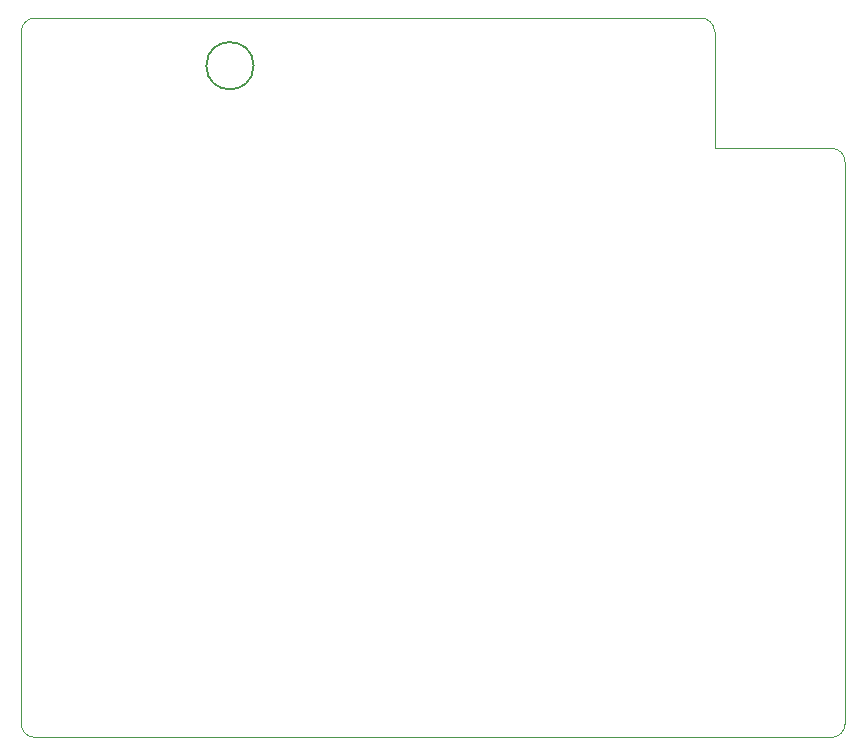
<source format=gbr>
%TF.GenerationSoftware,KiCad,Pcbnew,9.0.3*%
%TF.CreationDate,2025-11-18T23:41:28+00:00*%
%TF.ProjectId,EinsteinTC01PS2Mini,45696e73-7465-4696-9e54-433031505332,rev?*%
%TF.SameCoordinates,Original*%
%TF.FileFunction,Profile,NP*%
%FSLAX46Y46*%
G04 Gerber Fmt 4.6, Leading zero omitted, Abs format (unit mm)*
G04 Created by KiCad (PCBNEW 9.0.3) date 2025-11-18 23:41:28*
%MOMM*%
%LPD*%
G01*
G04 APERTURE LIST*
%TA.AperFunction,Profile*%
%ADD10C,0.150000*%
%TD*%
%TA.AperFunction,Profile*%
%ADD11C,0.100000*%
%TD*%
G04 APERTURE END LIST*
D10*
X186630000Y-81190000D02*
G75*
G02*
X182630000Y-81190000I-2000000J0D01*
G01*
X182630000Y-81190000D02*
G75*
G02*
X186630000Y-81190000I2000000J0D01*
G01*
D11*
X225660000Y-88180000D02*
X235559985Y-88180000D01*
X166966089Y-78300044D02*
G75*
G02*
X168106133Y-77160000I1140000J44D01*
G01*
X236710000Y-89320000D02*
X236710000Y-136920000D01*
X168106133Y-77160000D02*
X224520000Y-77160000D01*
X235569956Y-88179956D02*
G75*
G02*
X236710000Y-89320000I44J-1140000D01*
G01*
X225660000Y-78300044D02*
X225660000Y-88180000D01*
X224520000Y-77160000D02*
G75*
G02*
X225660044Y-78300044I44J-1140000D01*
G01*
X166960000Y-136920000D02*
X166966089Y-78300075D01*
X168100044Y-138060044D02*
G75*
G02*
X166959956Y-136920000I-44J1140044D01*
G01*
X235570000Y-138060000D02*
X168100000Y-138060000D01*
X236710000Y-136919956D02*
G75*
G02*
X235569956Y-138059956I-1140000J0D01*
G01*
M02*

</source>
